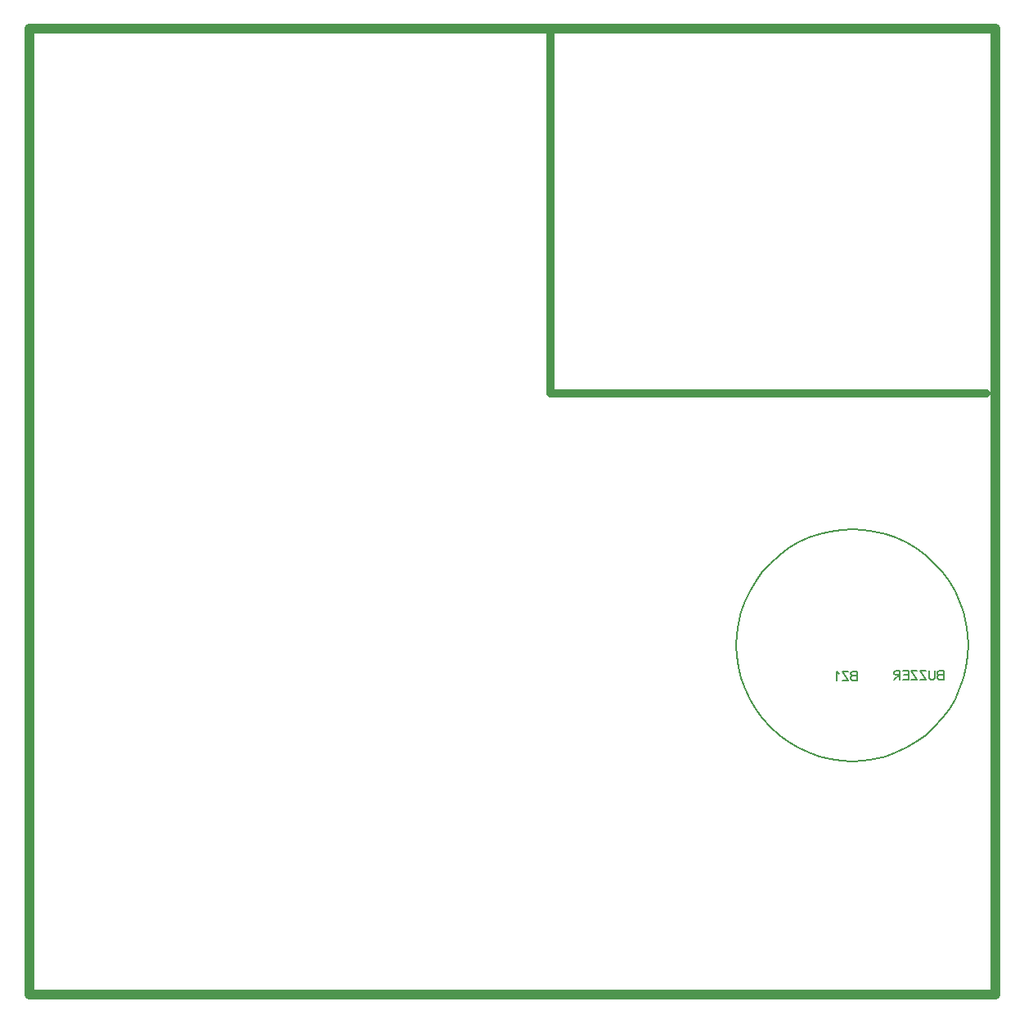
<source format=gbo>
%FSLAX24Y24*%
%MOIN*%
%ADD10C,0.0060*%
%ADD11C,0.0069*%
%ADD12C,0.0320*%
%ADD13C,0.0394*%
D10*
G01X33726Y12821D02*
X33547Y12821D01*
X33547Y12821D02*
X33488Y12880D01*
X33488Y12880D02*
X33488Y12940D01*
X33488Y12940D02*
X33547Y13000D01*
X33547Y13000D02*
X33726Y13000D01*
X33726Y12821D02*
X33726Y13178D01*
X33726Y13178D02*
X33547Y13178D01*
X33547Y13178D02*
X33488Y13119D01*
X33488Y13119D02*
X33488Y13059D01*
X33488Y13059D02*
X33547Y13000D01*
X33369Y13178D02*
X33130Y13178D01*
X33130Y13178D02*
X33369Y12821D01*
X33369Y12821D02*
X33130Y12821D01*
X32892Y12821D02*
X32892Y13178D01*
X32892Y13178D02*
X33011Y13059D01*
X37261Y12849D02*
X37083Y12849D01*
X37083Y12849D02*
X37023Y12908D01*
X37023Y12908D02*
X37023Y12968D01*
X37023Y12968D02*
X37083Y13027D01*
X37083Y13027D02*
X37261Y13027D01*
X37261Y12849D02*
X37261Y13206D01*
X37261Y13206D02*
X37083Y13206D01*
X37083Y13206D02*
X37023Y13146D01*
X37023Y13146D02*
X37023Y13087D01*
X37023Y13087D02*
X37083Y13027D01*
X36904Y13206D02*
X36904Y12908D01*
X36904Y12908D02*
X36845Y12849D01*
X36845Y12849D02*
X36726Y12849D01*
X36726Y12849D02*
X36666Y12908D01*
X36666Y12908D02*
X36666Y13206D01*
X36547Y13206D02*
X36309Y13206D01*
X36309Y13206D02*
X36547Y12849D01*
X36547Y12849D02*
X36309Y12849D01*
X36190Y13206D02*
X35952Y13206D01*
X35952Y13206D02*
X36190Y12849D01*
X36190Y12849D02*
X35952Y12849D01*
X35833Y12849D02*
X35833Y13206D01*
X35833Y13206D02*
X35595Y13206D01*
X35654Y13027D02*
X35833Y13027D01*
X35833Y12849D02*
X35595Y12849D01*
X35476Y12849D02*
X35476Y13206D01*
X35476Y13206D02*
X35297Y13206D01*
X35297Y13206D02*
X35238Y13146D01*
X35238Y13146D02*
X35238Y13087D01*
X35238Y13087D02*
X35297Y13027D01*
X35297Y13027D02*
X35476Y13027D01*
X35476Y13027D02*
X35238Y12849D01*
D11*
G01X30206Y10909D02*
X29882Y11268D01*
X29601Y11650D01*
X29363Y12052D01*
X29168Y12472D01*
X29017Y12904D01*
X28909Y13347D01*
X28844Y13797D01*
X28822Y14250D01*
X28844Y14702D01*
X28909Y15152D01*
X29017Y15595D01*
X29168Y16027D01*
X29363Y16447D01*
X29601Y16849D01*
X29882Y17231D01*
X30206Y17590D01*
X30565Y17914D01*
X30947Y18196D01*
X31350Y18433D01*
X31769Y18628D01*
X32202Y18779D01*
X32644Y18887D01*
X33094Y18952D01*
X33547Y18974D01*
X34000Y18952D01*
X34449Y18887D01*
X34892Y18779D01*
X35325Y18628D01*
X35744Y18433D01*
X36146Y18196D01*
X36529Y17914D01*
X36887Y17590D01*
X37212Y17231D01*
X37493Y16849D01*
X37731Y16447D01*
X37925Y16027D01*
X38077Y15595D01*
X38185Y15152D01*
X38250Y14702D01*
X38271Y14250D01*
X38250Y13797D01*
X38185Y13347D01*
X38077Y12904D01*
X37925Y12472D01*
X37731Y12052D01*
X37493Y11650D01*
X37212Y11268D01*
X36887Y10909D01*
X36529Y10585D01*
X36146Y10303D01*
X35744Y10066D01*
X35325Y9871D01*
X34892Y9720D01*
X34449Y9612D01*
X34000Y9547D01*
X33547Y9525D01*
X33094Y9547D01*
X32644Y9612D01*
X32202Y9720D01*
X31769Y9871D01*
X31350Y10066D01*
X30947Y10303D01*
X30565Y10585D01*
X30206Y10909D01*
D12*
G01X21250Y24500D02*
X39000Y24500D01*
X21250Y39250D02*
X21250Y24500D01*
D13*
G01X0Y0D02*
X0Y39370D01*
X39370Y39370D01*
X39370Y0D01*
X0Y0D01*
M02*

</source>
